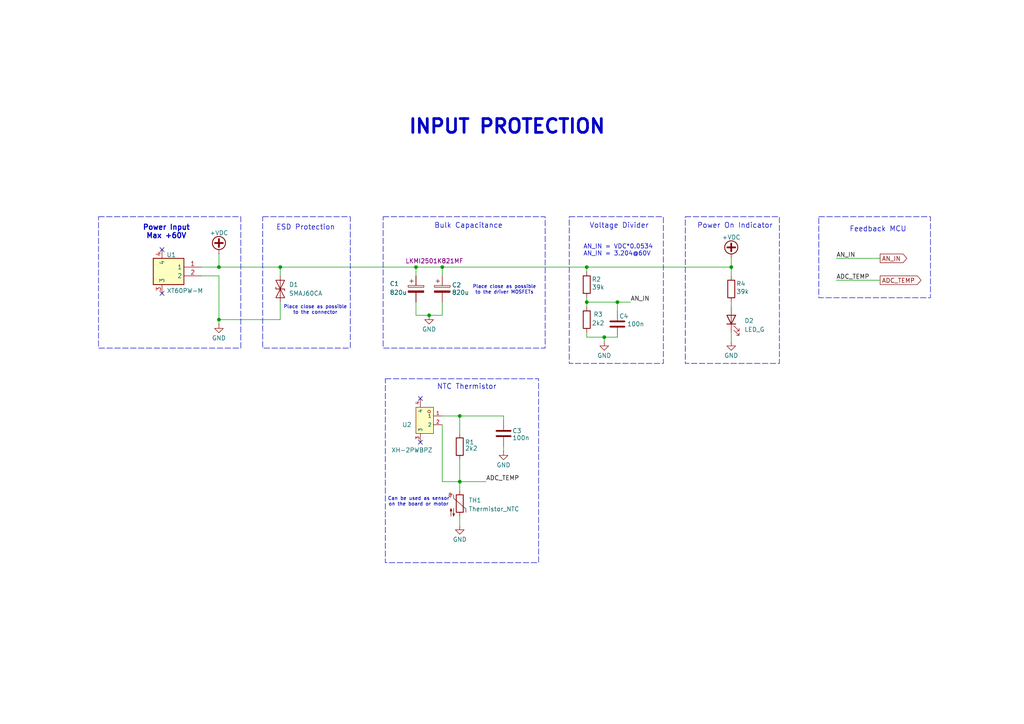
<source format=kicad_sch>
(kicad_sch (version 20231120) (generator "eeschema") (generator_version "8.0")
  (paper "A4")
  (title_block (title "INPUT PROTECTION") (rev "0"))
  (lib_symbols
    (symbol "C_Polarized_1" (pin_numbers hide) (pin_names (offset 0.254))
      (property "Reference" "C" (at 0.635 2.54 0))
      (property "Value" "C_Polarized" (at 0.635 -2.54 0))
      (symbol "C_Polarized_1_0_1"
        (rectangle (start -2.286 0.508) (end 2.286 1.016))
        (polyline (pts (xy -1.778 2.286) (xy -0.762 2.286)))
        (polyline (pts (xy -1.27 2.794) (xy -1.27 1.778)))
        (rectangle (start 2.286 -0.508) (end -2.286 -1.016) (fill (type outline)))
      )
      (symbol "C_Polarized_1_1_1"
        (pin passive line (at 0 3.81 270) (length 2.794) (name "~") (number "1"))
        (pin passive line (at 0 -3.81 90) (length 2.794) (name "~") (number "2"))
      )
    )
    (symbol "Device:C" (pin_numbers hide) (pin_names (offset 0.254))
      (property "Reference" "C" (at 0.635 2.54 0))
      (property "Value" "C" (at 0.635 -2.54 0))
      (symbol "C_0_1"
        (polyline (pts (xy -2.032 -0.762) (xy 2.032 -0.762)) (stroke (width 0.508)))
        (polyline (pts (xy -2.032 0.762) (xy 2.032 0.762)) (stroke (width 0.508)))
      )
      (symbol "C_1_1"
        (pin passive line (at 0 3.81 270) (length 2.794) (name "~") (number "1"))
        (pin passive line (at 0 -3.81 90) (length 2.794) (name "~") (number "2"))
      )
    )
    (symbol "Device:C_Polarized" (pin_numbers hide) (pin_names (offset 0.254))
      (property "Reference" "C" (at 0.635 2.54 0))
      (property "Value" "C_Polarized" (at 0.635 -2.54 0))
      (symbol "C_Polarized_0_1"
        (rectangle (start -2.286 0.508) (end 2.286 1.016))
        (polyline (pts (xy -1.778 2.286) (xy -0.762 2.286)))
        (polyline (pts (xy -1.27 2.794) (xy -1.27 1.778)))
        (rectangle (start 2.286 -0.508) (end -2.286 -1.016) (fill (type outline)))
      )
      (symbol "C_Polarized_1_1"
        (pin passive line (at 0 3.81 270) (length 2.794) (name "~") (number "1"))
        (pin passive line (at 0 -3.81 90) (length 2.794) (name "~") (number "2"))
      )
    )
    (symbol "Device:LED" (pin_numbers hide) (pin_names (offset 1.016) hide)
      (property "Reference" "D" (at 0 2.54 0))
      (property "Value" "LED" (at 0 -2.54 0))
      (symbol "LED_0_1"
        (polyline (pts (xy -1.27 -1.27) (xy -1.27 1.27)) (stroke (width 0.254)))
        (polyline (pts (xy -1.27 0) (xy 1.27 0)))
        (polyline (pts (xy 1.27 -1.27) (xy 1.27 1.27) (xy -1.27 0) (xy 1.27 -1.27)) (stroke (width 0.254)))
        (polyline (pts (xy -3.048 -0.762) (xy -4.572 -2.286) (xy -3.81 -2.286) (xy -4.572 -2.286) (xy -4.572 -1.524)))
        (polyline (pts (xy -1.778 -0.762) (xy -3.302 -2.286) (xy -2.54 -2.286) (xy -3.302 -2.286) (xy -3.302 -1.524)))
      )
      (symbol "LED_1_1"
        (pin passive line (at -3.81 0 0) (length 2.54) (name "K") (number "1"))
        (pin passive line (at 3.81 0 180) (length 2.54) (name "A") (number "2"))
      )
    )
    (symbol "Device:R" (pin_numbers hide) (pin_names (offset 0))
      (property "Reference" "R" (at 2.032 0 90))
      (property "Value" "R" (at 0 0 90))
      (symbol "R_0_1"
        (rectangle (start -1.016 -2.54) (end 1.016 2.54) (stroke (width 0.254)))
      )
      (symbol "R_1_1"
        (pin passive line (at 0 3.81 270) (length 1.27) (name "~") (number "1"))
        (pin passive line (at 0 -3.81 90) (length 1.27) (name "~") (number "2"))
      )
    )
    (symbol "Device:Thermistor_NTC" (pin_numbers hide) (pin_names (offset 0))
      (property "Reference" "TH" (at -4.445 0 90))
      (property "Value" "Thermistor_NTC" (at 3.175 0 90))
      (symbol "Thermistor_NTC_0_1"
        (arc (start -3.048 2.159) (mid -3.0495 2.3143) (end -3.175 2.413))
        (arc (start -3.048 2.159) (mid -2.9736 1.9794) (end -2.794 1.905))
        (arc (start -3.048 2.794) (mid -2.9736 2.6144) (end -2.794 2.54))
        (arc (start -2.794 1.905) (mid -2.6144 1.9794) (end -2.54 2.159))
        (arc (start -2.794 2.54) (mid -2.4393 2.5587) (end -2.159 2.794))
        (arc (start -2.794 3.048) (mid -2.9736 2.9736) (end -3.048 2.794))
        (arc (start -2.54 2.794) (mid -2.6144 2.9736) (end -2.794 3.048))
        (rectangle (start -1.016 2.54) (end 1.016 -2.54) (stroke (width 0.254)))
        (polyline (pts (xy -2.54 2.159) (xy -2.54 2.794)))
        (polyline (pts (xy -1.778 2.54) (xy -1.778 1.524) (xy 1.778 -1.524) (xy 1.778 -2.54)))
        (polyline (pts (xy -2.54 -3.683) (xy -2.54 -1.397) (xy -2.794 -2.159) (xy -2.286 -2.159) (xy -2.54 -1.397) (xy -2.54 -1.651)) (fill (type outline)))
        (polyline (pts (xy -1.778 -1.397) (xy -1.778 -3.683) (xy -2.032 -2.921) (xy -1.524 -2.921) (xy -1.778 -3.683) (xy -1.778 -3.429)) (fill (type outline)))
      )
      (symbol "Thermistor_NTC_1_1"
        (pin passive line (at 0 3.81 270) (length 1.27) (name "~") (number "1"))
        (pin passive line (at 0 -3.81 90) (length 1.27) (name "~") (number "2"))
      )
    )
    (symbol "Diode:SMAJ60CA" (pin_numbers hide) (pin_names (offset 1.016) hide)
      (property "Reference" "D" (at 0 2.54 0))
      (property "Value" "SMAJ60CA" (at 0 -2.54 0))
      (symbol "SMAJ60CA_0_1"
        (polyline (pts (xy 1.27 0) (xy -1.27 0)))
        (polyline (pts (xy -2.54 -1.27) (xy 0 0) (xy -2.54 1.27) (xy -2.54 -1.27)) (stroke (width 0.2032)))
        (polyline (pts (xy 0.508 1.27) (xy 0 1.27) (xy 0 -1.27) (xy -0.508 -1.27)) (stroke (width 0.2032)))
        (polyline (pts (xy 2.54 1.27) (xy 2.54 -1.27) (xy 0 0) (xy 2.54 1.27)) (stroke (width 0.2032)))
      )
      (symbol "SMAJ60CA_1_1"
        (pin passive line (at -3.81 0 0) (length 2.54) (name "A1") (number "1"))
        (pin passive line (at 3.81 0 180) (length 2.54) (name "A2") (number "2"))
      )
    )
    (symbol "XH-2PWBPZ:XH-2PWBPZ"
      (property "Reference" "U" (at 0 1.27 0))
      (property "Value" "XH-2PWBPZ" (at 0 -2.54 0))
      (symbol "XH-2PWBPZ_0_1"
        (rectangle (start -1.27 3.81) (end 3.81 -3.81) (fill (type background)))
        (circle (center 0 2.54) (radius 0.381) (fill (type background)))
        (pin unspecified line (at -3.81 1.27 0) (length 2.54) (name "1") (number "1"))
        (pin unspecified line (at -3.81 -1.27 0) (length 2.54) (name "2") (number "2"))
        (pin unspecified line (at 2.54 -6.35 90) (length 2.54) (name "3") (number "3"))
        (pin unspecified line (at 2.54 6.35 270) (length 2.54) (name "4") (number "4"))
      )
    )
    (symbol "XT60PW-M:XT60PW-M"
      (property "Reference" "J" (at 5.08 -2.794 0))
      (property "Value" "XT60PW-M" (at 0.762 -4.826 0))
      (symbol "XT60PW-M_1_1"
        (rectangle (start -5.08 3.81) (end 3.81 -3.81) (stroke (width 0.254)) (fill (type background)))
        (pin passive line (at 8.89 -1.27 180) (length 5.08) (name "1") (number "1"))
        (pin passive line (at 8.89 1.27 180) (length 5.08) (name "2") (number "2"))
        (pin passive line (at -2.54 6.35 270) (length 2.54) (name "3") (number "3"))
        (pin passive line (at -2.54 -6.35 90) (length 2.54) (name "4") (number "4"))
      )
    )
    (symbol "power:+VDC" (power) (pin_numbers hide) (pin_names (offset 0) hide)
      (property "Value" "+VDC" (at 0 6.35 0))
      (symbol "+VDC_0_1"
        (polyline (pts (xy -1.143 3.175) (xy 1.143 3.175)) (stroke (width 0.508)))
        (polyline (pts (xy 0 0) (xy 0 1.27)))
        (polyline (pts (xy 0 2.032) (xy 0 4.318)) (stroke (width 0.508)))
        (circle (center 0 3.175) (radius 1.905) (stroke (width 0.254)))
      )
      (symbol "+VDC_1_1"
        (pin power_in line (at 0 0 90) (length 0) (name "~") (number "1"))
      )
    )
    (symbol "power:GND" (power) (pin_numbers hide) (pin_names (offset 0) hide)
      (property "Value" "GND" (at 0 -3.81 0))
      (symbol "GND_0_1"
        (polyline (pts (xy 0 0) (xy 0 -1.27) (xy 1.27 -1.27) (xy 0 -2.54) (xy -1.27 -1.27) (xy 0 -1.27)))
      )
      (symbol "GND_1_1"
        (pin power_in line (at 0 0 270) (length 0) (name "~") (number "1"))
      )
    )
  )
  (junction (at 63.5 92.71))
  (junction (at 170.18 77.47))
  (junction (at 81.28 77.47))
  (junction (at 133.35 120.65))
  (junction (at 120.65 77.47))
  (junction (at 128.27 77.47))
  (junction (at 133.35 139.7))
  (junction (at 63.5 77.47))
  (junction (at 212.09 77.47))
  (junction (at 179.07 87.63))
  (junction (at 170.18 87.63))
  (junction (at 124.46 91.44))
  (junction (at 175.26 97.79))
  (no_connect (at 121.92 128.27))
  (no_connect (at 121.92 115.57))
  (no_connect (at 46.99 72.39))
  (no_connect (at 46.99 85.09))
  (wire (pts (xy 133.35 139.7) (xy 133.35 142.24)))
  (wire (pts (xy 81.28 87.63) (xy 81.28 92.71)))
  (wire (pts (xy 128.27 120.65) (xy 133.35 120.65)))
  (wire (pts (xy 81.28 80.01) (xy 81.28 77.47)))
  (wire (pts (xy 179.07 90.17) (xy 179.07 87.63)))
  (wire (pts (xy 81.28 92.71) (xy 63.5 92.71)))
  (wire (pts (xy 63.5 93.98) (xy 63.5 92.71)))
  (wire (pts (xy 120.65 80.01) (xy 120.65 77.47)))
  (wire (pts (xy 120.65 77.47) (xy 128.27 77.47)))
  (wire (pts (xy 179.07 87.63) (xy 170.18 87.63)))
  (wire (pts (xy 170.18 97.79) (xy 175.26 97.79)))
  (wire (pts (xy 63.5 92.71) (xy 63.5 80.01)))
  (wire (pts (xy 120.65 87.63) (xy 120.65 91.44)))
  (wire (pts (xy 242.57 74.93) (xy 255.27 74.93)))
  (wire (pts (xy 170.18 77.47) (xy 170.18 78.74)))
  (wire (pts (xy 133.35 120.65) (xy 146.05 120.65)))
  (wire (pts (xy 212.09 74.93) (xy 212.09 77.47)))
  (wire (pts (xy 128.27 77.47) (xy 170.18 77.47)))
  (wire (pts (xy 120.65 91.44) (xy 124.46 91.44)))
  (wire (pts (xy 170.18 87.63) (xy 170.18 88.9)))
  (wire (pts (xy 170.18 86.36) (xy 170.18 87.63)))
  (wire (pts (xy 212.09 87.63) (xy 212.09 88.9)))
  (wire (pts (xy 170.18 77.47) (xy 212.09 77.47)))
  (wire (pts (xy 63.5 80.01) (xy 58.42 80.01)))
  (wire (pts (xy 133.35 149.86) (xy 133.35 152.4)))
  (wire (pts (xy 133.35 133.35) (xy 133.35 139.7)))
  (wire (pts (xy 133.35 120.65) (xy 133.35 125.73)))
  (wire (pts (xy 146.05 129.54) (xy 146.05 130.81)))
  (wire (pts (xy 128.27 91.44) (xy 128.27 87.63)))
  (wire (pts (xy 81.28 77.47) (xy 63.5 77.47)))
  (wire (pts (xy 175.26 97.79) (xy 179.07 97.79)))
  (wire (pts (xy 63.5 77.47) (xy 63.5 73.66)))
  (wire (pts (xy 175.26 99.06) (xy 175.26 97.79)))
  (wire (pts (xy 81.28 77.47) (xy 120.65 77.47)))
  (wire (pts (xy 212.09 80.01) (xy 212.09 77.47)))
  (wire (pts (xy 128.27 123.19) (xy 128.27 139.7)))
  (wire (pts (xy 242.57 81.28) (xy 255.27 81.28)))
  (wire (pts (xy 58.42 77.47) (xy 63.5 77.47)))
  (wire (pts (xy 128.27 77.47) (xy 128.27 80.01)))
  (wire (pts (xy 179.07 87.63) (xy 182.88 87.63)))
  (wire (pts (xy 133.35 139.7) (xy 140.97 139.7)))
  (wire (pts (xy 212.09 96.52) (xy 212.09 99.06)))
  (wire (pts (xy 128.27 139.7) (xy 133.35 139.7)))
  (wire (pts (xy 170.18 97.79) (xy 170.18 96.52)))
  (wire (pts (xy 146.05 121.92) (xy 146.05 120.65)))
  (wire (pts (xy 124.46 91.44) (xy 128.27 91.44)))
  (rectangle (start 198.755 62.865) (end 226.06 105.41) (stroke (width 0) (type dash)))
  (rectangle (start 76.2 62.865) (end 101.6 100.965) (stroke (width 0) (type dash)))
  (rectangle (start 28.575 62.865) (end 69.85 100.965) (stroke (width 0) (type dash)))
  (rectangle (start 165.1 62.865) (end 192.405 105.41) (stroke (width 0) (type dash)))
  (rectangle (start 111.76 109.855) (end 156.21 163.195) (stroke (width 0) (type dash)))
  (rectangle (start 237.49 62.865) (end 269.875 86.36) (stroke (width 0) (type dash)))
  (rectangle (start 111.125 62.865) (end 158.115 100.965) (stroke (width 0) (type dash)))
  (text "Place close as possible\nto the driver MOSFETs" (at 146.304 84.074 0) (effects (font (size 1 1))))
  (text "Place close as possible\nto the connector" (at 91.44 89.916 0) (effects (font (size 1 1))))
  (text "Voltage Divider" (at 170.942 65.532 0) (effects (font (size 1.5 1.5)) (justify left)))
  (text "AN_IN = VDC*0.0534\nAN_IN = 3.204@60V" (at 169.164 72.644 0) (effects (font (size 1.27 1.27)) (justify left)))
  (text "Can be used as sensor\non the board or motor" (at 121.412 145.542 0) (effects (font (size 1 1))))
  (text "Feedback MCU" (at 246.38 66.548 0) (effects (font (size 1.5 1.5)) (justify left)))
  (text "Power Input\nMax +60V" (at 48.26 67.31 0) (effects (font (size 1.5 1.5) (bold yes))))
  (text "${TITLE}" (at 147.066 36.83 0) (effects (font (size 4 4) (thickness 0.8) (bold yes))))
  (text "NTC Thermistor" (at 135.382 112.268 0) (effects (font (size 1.5 1.5))))
  (text "Power On Indicator" (at 202.184 65.532 0) (effects (font (size 1.5 1.5)) (justify left)))
  (text "ESD Protection" (at 88.646 66.04 0) (effects (font (size 1.5 1.5))))
  (text "Bulk Capacitance" (at 135.89 65.532 0) (effects (font (size 1.5 1.5))))
  (label "ADC_TEMP" (at 242.57 81.28 0))
  (label "ADC_TEMP" (at 140.97 139.7 0))
  (label "AN_IN" (at 182.88 87.63 0))
  (label "AN_IN" (at 242.57 74.93 0))
  (global_label "ADC_TEMP" (shape output) (at 255.27 81.28 0) (property "Intersheetrefs" "${INTERSHEET_REFS}" (effects (hide yes))))
  (global_label "AN_IN" (shape output) (at 255.27 74.93 0) (property "Intersheetrefs" "${INTERSHEET_REFS}" (effects (hide yes))))
  (symbol (lib_id "power:+VDC") (at 212.09 74.93 0) (unit 1)
    (property "Reference" "#PWR07" (effects (hide yes)))
    (property "Value" "+VDC" (at 212.09 68.834 0))
    (property "Description" "Power symbol creates a global label with name \"+VDC\"" (effects (hide yes)))
  )
  (symbol (lib_id "Device:C") (at 179.07 93.98 0) (unit 1)
    (property "Reference" "C4" (at 179.578 91.694 0) (effects (justify left)))
    (property "Value" "100n" (at 181.864 93.98 0) (effects (justify left)))
    (property "Footprint" "Capacitor_SMD:C_0201_0603Metric" (effects (hide yes)))
    (property "Description" "Unpolarized capacitor" (effects (hide yes)))
  )
  (symbol (lib_id "XT60PW-M:XT60PW-M") (at 49.53 78.74 0) (mirror x) (unit 1)
    (property "Reference" "U1" (at 51.054 73.914 0) (effects (justify right)))
    (property "Value" "XT60PW-M" (at 58.928 84.328 0) (effects (justify right)))
    (property "Footprint" "XT60PWM" (effects (hide yes)))
    (property "Datasheet" "https://www.tme.eu/Document/9b8d0c5eb7094295f3d3112c214d3ade/XT60PW%20SPEC.pdf" (effects (hide yes)))
    (property "Description" "Socket; DC supply; XT60; male; PIN: 2; on PCBs; THT; Colour: yellow" (effects (hide yes)))
    (property "LCSC" "C431092" (effects (hide yes)))
    (property "Height" "8.4" (effects (hide yes)))
    (property "Manufacturer_Name" "Changzou Amass Elec" (effects (hide yes)))
    (property "Manufacturer_Part_Number" "XT60PW-M" (effects (hide yes)))
  )
  (symbol (lib_id "Device:Thermistor_NTC") (at 133.35 146.05 0) (unit 1)
    (property "Reference" "TH1" (at 135.89 145.0974 0) (effects (justify left)))
    (property "Value" "Thermistor_NTC" (at 135.89 147.6374 0) (effects (justify left)))
    (property "Footprint" "Capacitor_THT:C_Radial_D4.0mm_H5.0mm_P1.50mm" (effects (hide yes)))
    (property "Description" "Temperature dependent resistor, negative temperature coefficient" (effects (hide yes)))
  )
  (symbol (lib_name "C_Polarized_1") (lib_id "Device:C_Polarized") (at 128.27 83.82 0) (unit 1)
    (property "Reference" "C2" (at 131.064 82.6771 0) (effects (justify left)))
    (property "Value" "820u" (at 131.064 84.836 0) (effects (justify left)))
    (property "Footprint" "Capacitor_THT:CP_Radial_D16.0mm_P7.50mm" (effects (hide yes)))
    (property "Description" "LKMI2501K821MF" (effects (hide yes)))
  )
  (symbol (lib_id "Device:R") (at 170.18 92.71 180) (unit 1)
    (property "Reference" "R3" (at 173.482 91.186 0))
    (property "Value" "2k2" (at 173.482 93.726 0))
    (property "Footprint" "Resistor_SMD:R_0603_1608Metric" (effects (hide yes)))
    (property "Description" "Resistor" (effects (hide yes)))
  )
  (symbol (lib_id "power:GND") (at 175.26 99.06 0) (unit 1)
    (property "Reference" "#PWR06" (effects (hide yes)))
    (property "Value" "GND" (at 175.26 103.124 0))
    (property "Description" "Power symbol creates a global label with name \"GND\" , ground" (effects (hide yes)))
  )
  (symbol (lib_id "power:GND") (at 212.09 99.06 0) (unit 1)
    (property "Reference" "#PWR08" (effects (hide yes)))
    (property "Value" "GND" (at 212.09 103.124 0))
    (property "Description" "Power symbol creates a global label with name \"GND\" , ground" (effects (hide yes)))
  )
  (symbol (lib_id "power:GND") (at 63.5 93.98 0) (unit 1)
    (property "Reference" "#PWR02" (effects (hide yes)))
    (property "Value" "GND" (at 63.5 98.044 0))
    (property "Description" "Power symbol creates a global label with name \"GND\" , ground" (effects (hide yes)))
  )
  (symbol (lib_id "XH-2PWBPZ:XH-2PWBPZ") (at 124.46 121.92 0) (mirror y) (unit 1)
    (property "Reference" "U2" (at 119.38 123.1901 0) (effects (justify left)))
    (property "Value" "XH-2PWBPZ" (at 125.476 130.556 0) (effects (justify left)))
    (property "Footprint" "XH-2PWBPZ_foot:CONN-SMD_XH-2PWBPZ" (effects (hide yes)))
    (property "Datasheet" "https://item.szlcsc.com/2791035.html" (effects (hide yes)))
    (property "LCSC" "C2687444" (effects (hide yes)))
  )
  (symbol (lib_id "Device:LED") (at 212.09 92.71 90) (unit 1)
    (property "Reference" "D2" (at 215.9 93.0274 90) (effects (justify right)))
    (property "Value" "LED_G" (at 215.9 95.5674 90) (effects (justify right)))
    (property "Footprint" "LED_SMD:LED_0201_0603Metric" (effects (hide yes)))
    (property "Description" "Light emitting diode" (effects (hide yes)))
  )
  (symbol (lib_id "power:+VDC") (at 63.5 73.66 0) (unit 1)
    (property "Reference" "#PWR01" (effects (hide yes)))
    (property "Value" "+VDC" (at 63.5 67.564 0))
    (property "Description" "Power symbol creates a global label with name \"+VDC\"" (effects (hide yes)))
  )
  (symbol (lib_id "power:GND") (at 133.35 152.4 0) (unit 1)
    (property "Reference" "#PWR04" (effects (hide yes)))
    (property "Value" "GND" (at 133.35 156.464 0))
    (property "Description" "Power symbol creates a global label with name \"GND\" , ground" (effects (hide yes)))
  )
  (symbol (lib_id "power:GND") (at 124.46 91.44 0) (unit 1)
    (property "Reference" "#PWR03" (effects (hide yes)))
    (property "Value" "GND" (at 124.46 95.504 0))
    (property "Description" "Power symbol creates a global label with name \"GND\" , ground" (effects (hide yes)))
  )
  (symbol (lib_id "Device:R") (at 133.35 129.54 0) (unit 1)
    (property "Reference" "R1" (at 134.874 128.27 0) (effects (justify left)))
    (property "Value" "2k2" (at 134.874 130.048 0) (effects (justify left)))
    (property "Footprint" "Resistor_SMD:R_0603_1608Metric" (effects (hide yes)))
    (property "Description" "Resistor" (effects (hide yes)))
  )
  (symbol (lib_id "Device:C_Polarized") (at 120.65 83.82 0) (unit 1)
    (property "Reference" "C1" (at 113.03 82.296 0) (effects (justify left)))
    (property "Value" "820u" (at 113.03 84.836 0) (effects (justify left)))
    (property "Footprint" "Capacitor_THT:CP_Radial_D16.0mm_P7.50mm" (effects (hide yes)))
    (property "Description" "LKMI2501K821MF" (at 125.984 75.692 0))
  )
  (symbol (lib_id "Diode:SMAJ60CA") (at 81.28 83.82 90) (unit 1)
    (property "Reference" "D1" (at 83.82 82.5499 90) (effects (justify right)))
    (property "Value" "SMAJ60CA" (at 83.82 85.0899 90) (effects (justify right)))
    (property "Footprint" "Diode_SMD:D_SMA" (effects (hide yes)))
    (property "Datasheet" "https://www.littelfuse.com/media?resourcetype=datasheets&itemid=75e32973-b177-4ee3-a0ff-cedaf1abdb93&filename=smaj-datasheet" (effects (hide yes)))
    (property "Description" "400W bidirectional Transient Voltage Suppressor, 60.0Vr, SMA(DO-214AC)" (effects (hide yes)))
  )
  (symbol (lib_id "Device:R") (at 170.18 82.55 180) (unit 1)
    (property "Reference" "R2" (at 172.974 81.026 0))
    (property "Value" "39k" (at 173.482 83.312 0))
    (property "Footprint" "Resistor_SMD:R_0603_1608Metric" (effects (hide yes)))
    (property "Description" "Resistor" (effects (hide yes)))
  )
  (symbol (lib_id "Device:R") (at 212.09 83.82 180) (unit 1)
    (property "Reference" "R4" (at 214.884 82.296 0))
    (property "Value" "39k" (at 215.392 84.582 0))
    (property "Footprint" "Resistor_SMD:R_0603_1608Metric" (effects (hide yes)))
    (property "Description" "Resistor" (effects (hide yes)))
  )
  (symbol (lib_id "power:GND") (at 146.05 130.81 0) (unit 1)
    (property "Reference" "#PWR05" (effects (hide yes)))
    (property "Value" "GND" (at 146.05 134.874 0))
    (property "Description" "Power symbol creates a global label with name \"GND\" , ground" (effects (hide yes)))
  )
  (symbol (lib_id "Device:C") (at 146.05 125.73 0) (unit 1)
    (property "Reference" "C3" (at 148.59 124.968 0) (effects (justify left)))
    (property "Value" "100n" (at 148.59 127 0) (effects (justify left)))
    (property "Footprint" "Capacitor_SMD:C_0201_0603Metric" (effects (hide yes)))
    (property "Description" "Unpolarized capacitor" (effects (hide yes)))
  )
)
</source>
